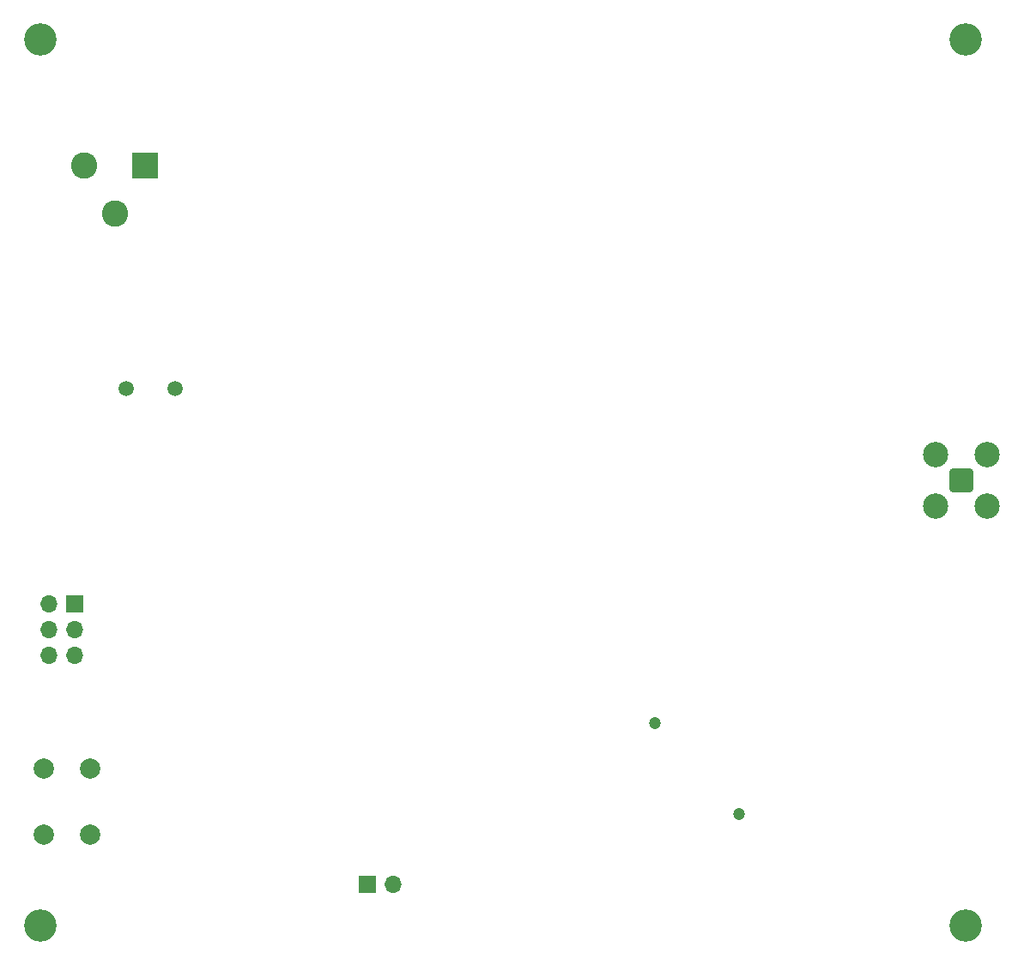
<source format=gbr>
%TF.GenerationSoftware,KiCad,Pcbnew,8.0.0*%
%TF.CreationDate,2024-03-04T22:35:08+02:00*%
%TF.ProjectId,Intercom_SMS_Sender,496e7465-7263-46f6-9d5f-534d535f5365,rev?*%
%TF.SameCoordinates,PX77ecaf0PY7735940*%
%TF.FileFunction,Soldermask,Bot*%
%TF.FilePolarity,Negative*%
%FSLAX46Y46*%
G04 Gerber Fmt 4.6, Leading zero omitted, Abs format (unit mm)*
G04 Created by KiCad (PCBNEW 8.0.0) date 2024-03-04 22:35:08*
%MOMM*%
%LPD*%
G01*
G04 APERTURE LIST*
G04 Aperture macros list*
%AMRoundRect*
0 Rectangle with rounded corners*
0 $1 Rounding radius*
0 $2 $3 $4 $5 $6 $7 $8 $9 X,Y pos of 4 corners*
0 Add a 4 corners polygon primitive as box body*
4,1,4,$2,$3,$4,$5,$6,$7,$8,$9,$2,$3,0*
0 Add four circle primitives for the rounded corners*
1,1,$1+$1,$2,$3*
1,1,$1+$1,$4,$5*
1,1,$1+$1,$6,$7*
1,1,$1+$1,$8,$9*
0 Add four rect primitives between the rounded corners*
20,1,$1+$1,$2,$3,$4,$5,0*
20,1,$1+$1,$4,$5,$6,$7,0*
20,1,$1+$1,$6,$7,$8,$9,0*
20,1,$1+$1,$8,$9,$2,$3,0*%
G04 Aperture macros list end*
%ADD10C,3.200000*%
%ADD11C,1.200000*%
%ADD12R,1.700000X1.700000*%
%ADD13O,1.700000X1.700000*%
%ADD14RoundRect,0.200100X-0.949900X0.949900X-0.949900X-0.949900X0.949900X-0.949900X0.949900X0.949900X0*%
%ADD15C,2.500000*%
%ADD16C,1.500000*%
%ADD17C,2.000000*%
%ADD18R,2.600000X2.600000*%
%ADD19C,2.600000*%
G04 APERTURE END LIST*
D10*
%TO.C,H4*%
X95250000Y4000000D03*
%TD*%
D11*
%TO.C,J3*%
X72900000Y15000000D03*
X64600000Y24000000D03*
%TD*%
D12*
%TO.C,J5*%
X7390000Y35775000D03*
D13*
X4850000Y35775000D03*
X7390000Y33235000D03*
X4850000Y33235000D03*
X7390000Y30695000D03*
X4850000Y30695000D03*
%TD*%
D12*
%TO.C,J2*%
X36250000Y8120000D03*
D13*
X38790000Y8120000D03*
%TD*%
D10*
%TO.C,H1*%
X4000000Y4000000D03*
%TD*%
D14*
%TO.C,J4*%
X94800000Y48000000D03*
D15*
X97340000Y50540000D03*
X92260000Y50540000D03*
X97340000Y45460000D03*
X92260000Y45460000D03*
%TD*%
D16*
%TO.C,Y1*%
X12400000Y57000000D03*
X17300000Y57000000D03*
%TD*%
D10*
%TO.C,H2*%
X4000000Y91500000D03*
%TD*%
D17*
%TO.C,SW1*%
X8850000Y19500000D03*
X8850000Y13000000D03*
X4350000Y19500000D03*
X4350000Y13000000D03*
%TD*%
D18*
%TO.C,J1*%
X14300000Y79000000D03*
D19*
X8300000Y79000000D03*
X11300000Y74300000D03*
%TD*%
D10*
%TO.C,H3*%
X95250000Y91500000D03*
%TD*%
M02*

</source>
